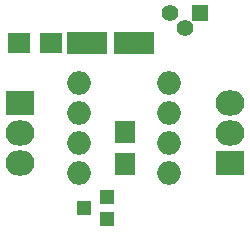
<source format=gbs>
G04 #@! TF.GenerationSoftware,KiCad,Pcbnew,no-vcs-found-0e6723b~58~ubuntu16.10.1*
G04 #@! TF.CreationDate,2017-07-28T21:57:49+01:00*
G04 #@! TF.ProjectId,Discovery SLS controller,446973636F7665727920534C5320636F,rev?*
G04 #@! TF.FileFunction,Soldermask,Bot*
G04 #@! TF.FilePolarity,Negative*
%FSLAX46Y46*%
G04 Gerber Fmt 4.6, Leading zero omitted, Abs format (unit mm)*
G04 Created by KiCad (PCBNEW no-vcs-found-0e6723b~58~ubuntu16.10.1) date Fri Jul 28 21:57:49 2017*
%MOMM*%
%LPD*%
G01*
G04 APERTURE LIST*
%ADD10C,0.100000*%
%ADD11R,1.400000X1.400000*%
%ADD12C,1.400000*%
%ADD13R,3.399740X1.901140*%
%ADD14O,2.000000X2.000000*%
%ADD15R,2.432000X2.127200*%
%ADD16O,2.432000X2.127200*%
%ADD17R,1.200100X1.200100*%
%ADD18R,1.700000X1.900000*%
%ADD19R,1.900000X1.700000*%
G04 APERTURE END LIST*
D10*
D11*
X167640000Y-105410000D03*
D12*
X165100000Y-105410000D03*
X166370000Y-106680000D03*
D13*
X162018980Y-107950000D03*
X158021020Y-107950000D03*
D14*
X157391100Y-111353600D03*
X157391100Y-113893600D03*
X157391100Y-116433600D03*
X157391100Y-118973600D03*
X165011100Y-118973600D03*
X165011100Y-116433600D03*
X165011100Y-113893600D03*
X165011100Y-111353600D03*
D15*
X152400000Y-113030000D03*
D16*
X152400000Y-115570000D03*
X152400000Y-118110000D03*
D15*
X170180000Y-118110000D03*
D16*
X170180000Y-115570000D03*
X170180000Y-113030000D03*
D17*
X159750760Y-120970000D03*
X159750760Y-122870000D03*
X157751780Y-121920000D03*
D18*
X161290000Y-118190000D03*
X161290000Y-115490000D03*
D19*
X155020000Y-107950000D03*
X152320000Y-107950000D03*
M02*

</source>
